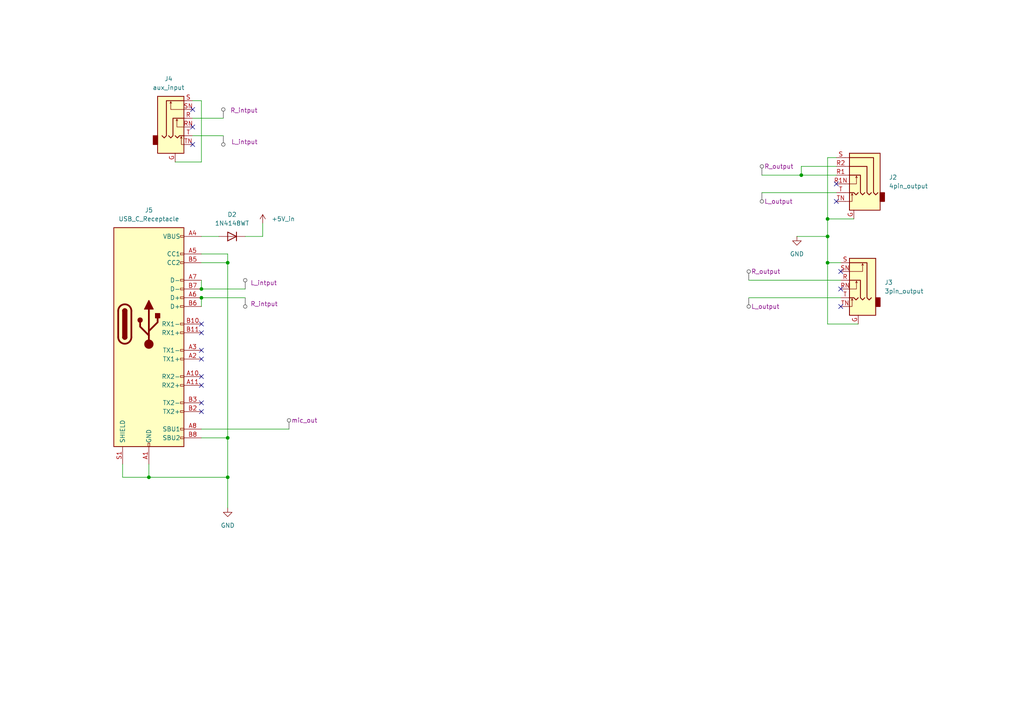
<source format=kicad_sch>
(kicad_sch (version 20250114) (generator "eeschema") (generator_version "9.0")
  (paper "A4")
  (lib_symbols
    (symbol "Connector:USB_C_Receptacle" (pin_names (offset 1.016))
      (property "Reference" "J" (at -10.16 29.21 0))
      (property "Value" "USB_C_Receptacle" (at 10.16 29.21 0))
      (symbol "USB_C_Receptacle_0_0"
        (rectangle (start -0.254 -35.56) (end 0.254 -34.544))
        (rectangle (start 10.16 25.654) (end 9.144 25.146))
        (rectangle (start 10.16 20.574) (end 9.144 20.066))
        (rectangle (start 10.16 18.034) (end 9.144 17.526))
        (rectangle (start 10.16 12.954) (end 9.144 12.446))
        (rectangle (start 10.16 10.414) (end 9.144 9.906))
        (rectangle (start 10.16 7.874) (end 9.144 7.366))
        (rectangle (start 10.16 5.334) (end 9.144 4.826))
        (rectangle (start 10.16 0.254) (end 9.144 -0.254))
        (rectangle (start 10.16 -2.286) (end 9.144 -2.794))
        (rectangle (start 10.16 -7.366) (end 9.144 -7.874))
        (rectangle (start 10.16 -9.906) (end 9.144 -10.414))
        (rectangle (start 10.16 -14.986) (end 9.144 -15.494))
        (rectangle (start 10.16 -17.526) (end 9.144 -18.034))
        (rectangle (start 10.16 -22.606) (end 9.144 -23.114))
        (rectangle (start 10.16 -25.146) (end 9.144 -25.654))
        (rectangle (start 10.16 -30.226) (end 9.144 -30.734))
        (rectangle (start 10.16 -32.766) (end 9.144 -33.274))
      )
      (symbol "USB_C_Receptacle_0_1"
        (rectangle (start -10.16 27.94) (end 10.16 -35.56) (stroke (width 0.254)) (fill (type background)))
        (polyline (pts (xy -8.89 -3.81) (xy -8.89 3.81)) (stroke (width 0.508)))
        (rectangle (start -7.62 -3.81) (end -6.35 3.81) (stroke (width 0.254)) (fill (type outline)))
        (arc (start -7.62 3.81) (mid -6.985 4.4423) (end -6.35 3.81) (stroke (width 0.254)))
        (arc (start -7.62 3.81) (mid -6.985 4.4423) (end -6.35 3.81) (stroke (width 0.254)) (fill (type outline)))
        (arc (start -8.89 3.81) (mid -6.985 5.7067) (end -5.08 3.81) (stroke (width 0.508)))
        (arc (start -5.08 -3.81) (mid -6.985 -5.7067) (end -8.89 -3.81) (stroke (width 0.508)))
        (arc (start -6.35 -3.81) (mid -6.985 -4.4423) (end -7.62 -3.81) (stroke (width 0.254)))
        (arc (start -6.35 -3.81) (mid -6.985 -4.4423) (end -7.62 -3.81) (stroke (width 0.254)) (fill (type outline)))
        (polyline (pts (xy -5.08 3.81) (xy -5.08 -3.81)) (stroke (width 0.508)))
      )
      (symbol "USB_C_Receptacle_1_1"
        (circle (center -2.54 1.143) (radius 0.635) (stroke (width 0.254)) (fill (type outline)))
        (polyline (pts (xy -1.27 4.318) (xy 0 6.858) (xy 1.27 4.318) (xy -1.27 4.318)) (stroke (width 0.254)) (fill (type outline)))
        (polyline (pts (xy 0 -2.032) (xy 2.54 0.508) (xy 2.54 1.778)) (stroke (width 0.508)))
        (polyline (pts (xy 0 -3.302) (xy -2.54 -0.762) (xy -2.54 0.508)) (stroke (width 0.508)))
        (polyline (pts (xy 0 -5.842) (xy 0 4.318)) (stroke (width 0.508)))
        (circle (center 0 -5.842) (radius 1.27) (fill (type outline)))
        (rectangle (start 1.905 1.778) (end 3.175 3.048) (stroke (width 0.254)) (fill (type outline)))
        (pin passive line (at -7.62 -40.64 90) (length 5.08) (name "SHIELD") (number "S1"))
        (pin passive line (at 0 -40.64 90) (length 5.08) (name "GND") (number "A1"))
        (pin passive line (at 0 -40.64 90) (length 5.08) (hide yes) (name "GND") (number "A12"))
        (pin passive line (at 0 -40.64 90) (length 5.08) (hide yes) (name "GND") (number "B1"))
        (pin passive line (at 0 -40.64 90) (length 5.08) (hide yes) (name "GND") (number "B12"))
        (pin passive line (at 15.24 25.4 180) (length 5.08) (name "VBUS") (number "A4"))
        (pin passive line (at 15.24 25.4 180) (length 5.08) (hide yes) (name "VBUS") (number "A9"))
        (pin passive line (at 15.24 25.4 180) (length 5.08) (hide yes) (name "VBUS") (number "B4"))
        (pin passive line (at 15.24 25.4 180) (length 5.08) (hide yes) (name "VBUS") (number "B9"))
        (pin bidirectional line (at 15.24 20.32 180) (length 5.08) (name "CC1") (number "A5"))
        (pin bidirectional line (at 15.24 17.78 180) (length 5.08) (name "CC2") (number "B5"))
        (pin bidirectional line (at 15.24 12.7 180) (length 5.08) (name "D-") (number "A7"))
        (pin bidirectional line (at 15.24 10.16 180) (length 5.08) (name "D-") (number "B7"))
        (pin bidirectional line (at 15.24 7.62 180) (length 5.08) (name "D+") (number "A6"))
        (pin bidirectional line (at 15.24 5.08 180) (length 5.08) (name "D+") (number "B6"))
        (pin bidirectional line (at 15.24 0 180) (length 5.08) (name "RX1-") (number "B10"))
        (pin bidirectional line (at 15.24 -2.54 180) (length 5.08) (name "RX1+") (number "B11"))
        (pin bidirectional line (at 15.24 -7.62 180) (length 5.08) (name "TX1-") (number "A3"))
        (pin bidirectional line (at 15.24 -10.16 180) (length 5.08) (name "TX1+") (number "A2"))
        (pin bidirectional line (at 15.24 -15.24 180) (length 5.08) (name "RX2-") (number "A10"))
        (pin bidirectional line (at 15.24 -17.78 180) (length 5.08) (name "RX2+") (number "A11"))
        (pin bidirectional line (at 15.24 -22.86 180) (length 5.08) (name "TX2-") (number "B3"))
        (pin bidirectional line (at 15.24 -25.4 180) (length 5.08) (name "TX2+") (number "B2"))
        (pin bidirectional line (at 15.24 -30.48 180) (length 5.08) (name "SBU1") (number "A8"))
        (pin bidirectional line (at 15.24 -33.02 180) (length 5.08) (name "SBU2") (number "B8"))
      )
    )
    (symbol "Connector_Audio:AudioJack3_Ground_Switch"
      (property "Reference" "J" (at 0 11.43 0))
      (property "Value" "AudioJack3_Ground_Switch" (at 0 8.89 0))
      (symbol "AudioJack3_Ground_Switch_0_1"
        (rectangle (start -5.08 -5.08) (end -6.35 -7.62) (stroke (width 0.254)) (fill (type outline)))
        (rectangle (start 2.54 6.35) (end -5.08 -10.16) (stroke (width 0.254)) (fill (type background)))
      )
      (symbol "AudioJack3_Ground_Switch_1_1"
        (polyline (pts (xy -1.905 -5.08) (xy -1.27 -5.715) (xy -0.635 -5.08) (xy -0.635 0) (xy 2.54 0)) (stroke (width 0.254)))
        (polyline (pts (xy -1.27 4.826) (xy -1.016 4.318)))
        (polyline (pts (xy 0 -5.08) (xy 0.635 -5.715) (xy 1.27 -5.08) (xy 2.54 -5.08)) (stroke (width 0.254)))
        (polyline (pts (xy 0.508 -0.254) (xy 0.762 -0.762)))
        (polyline (pts (xy 1.778 -5.334) (xy 2.032 -5.842)))
        (polyline (pts (xy 2.54 5.08) (xy -2.54 5.08) (xy -2.54 -5.08) (xy -3.175 -5.715) (xy -3.81 -5.08)) (stroke (width 0.254)))
        (polyline (pts (xy 2.54 2.54) (xy -1.27 2.54) (xy -1.27 4.826) (xy -1.524 4.318)))
        (polyline (pts (xy 2.54 -2.54) (xy 0.508 -2.54) (xy 0.508 -0.254) (xy 0.254 -0.762)))
        (polyline (pts (xy 2.54 -7.62) (xy 1.778 -7.62) (xy 1.778 -5.334) (xy 1.524 -5.842)))
        (pin passive line (at 0 -12.7 90) (length 2.54) (name "~") (number "G"))
        (pin passive line (at 5.08 5.08 180) (length 2.54) (name "~") (number "S"))
        (pin passive line (at 5.08 2.54 180) (length 2.54) (name "~") (number "SN"))
        (pin passive line (at 5.08 0 180) (length 2.54) (name "~") (number "R"))
        (pin passive line (at 5.08 -2.54 180) (length 2.54) (name "~") (number "RN"))
        (pin passive line (at 5.08 -5.08 180) (length 2.54) (name "~") (number "T"))
        (pin passive line (at 5.08 -7.62 180) (length 2.54) (name "~") (number "TN"))
      )
    )
    (symbol "Connector_Audio:AudioJack4_Ground_SwitchTR1"
      (property "Reference" "J" (at 0 11.43 0))
      (property "Value" "AudioJack4_Ground_SwitchTR1" (at 0 8.89 0))
      (symbol "AudioJack4_Ground_SwitchTR1_0_1"
        (rectangle (start -7.62 -5.08) (end -8.89 -7.62) (stroke (width 0.254)) (fill (type outline)))
        (rectangle (start 1.27 6.35) (end -7.62 -10.16) (stroke (width 0.254)) (fill (type background)))
        (polyline (pts (xy 1.27 2.54) (xy 2.54 2.54)))
        (polyline (pts (xy 2.54 5.08) (xy 1.27 5.08)))
        (polyline (pts (xy 2.54 0) (xy 1.27 0)))
        (polyline (pts (xy 2.54 -5.08) (xy 1.27 -5.08)))
      )
      (symbol "AudioJack4_Ground_SwitchTR1_1_1"
        (polyline (pts (xy -3.175 -5.08) (xy -2.54 -5.715) (xy -1.905 -5.08) (xy -1.905 0) (xy 1.27 0)) (stroke (width 0.254)))
        (polyline (pts (xy -1.27 -5.08) (xy -0.635 -5.715) (xy 0 -5.08) (xy 1.27 -5.08)) (stroke (width 0.254)))
        (polyline (pts (xy -0.762 -0.254) (xy -0.508 -0.762)))
        (polyline (pts (xy 0.508 -5.334) (xy 0.762 -5.842)))
        (polyline (pts (xy 1.27 5.08) (xy -5.715 5.08) (xy -5.715 -5.08) (xy -6.35 -5.715) (xy -6.985 -5.08)) (stroke (width 0.254)))
        (polyline (pts (xy 1.27 2.54) (xy -3.81 2.54) (xy -3.81 -5.08) (xy -4.445 -5.715) (xy -5.08 -5.08)) (stroke (width 0.254)))
        (polyline (pts (xy 2.54 -2.54) (xy -0.762 -2.54) (xy -0.762 -0.254) (xy -1.016 -0.762)))
        (polyline (pts (xy 2.54 -7.62) (xy 0.508 -7.62) (xy 0.508 -5.334) (xy 0.254 -5.842)))
        (pin passive line (at 0 -12.7 90) (length 2.54) (name "~") (number "G"))
        (pin passive line (at 5.08 5.08 180) (length 2.54) (name "~") (number "S"))
        (pin passive line (at 5.08 2.54 180) (length 2.54) (name "~") (number "R2"))
        (pin passive line (at 5.08 0 180) (length 2.54) (name "~") (number "R1"))
        (pin passive line (at 5.08 -2.54 180) (length 2.54) (name "~") (number "R1N"))
        (pin passive line (at 5.08 -5.08 180) (length 2.54) (name "~") (number "T"))
        (pin passive line (at 5.08 -7.62 180) (length 2.54) (name "~") (number "TN"))
      )
    )
    (symbol "Diode:1N4148WT" (pin_numbers (hide yes)) (pin_names (hide yes))
      (property "Reference" "D" (at 0 2.54 0))
      (property "Value" "1N4148WT" (at 0 -2.54 0))
      (symbol "1N4148WT_0_1"
        (polyline (pts (xy -1.27 1.27) (xy -1.27 -1.27)) (stroke (width 0.254)))
        (polyline (pts (xy 1.27 1.27) (xy 1.27 -1.27) (xy -1.27 0) (xy 1.27 1.27)) (stroke (width 0.254)))
        (polyline (pts (xy 1.27 0) (xy -1.27 0)))
      )
      (symbol "1N4148WT_1_1"
        (pin passive line (at -3.81 0 0) (length 2.54) (name "K") (number "1"))
        (pin passive line (at 3.81 0 180) (length 2.54) (name "A") (number "2"))
      )
    )
    (symbol "power:+5V" (power) (pin_numbers (hide yes)) (pin_names (offset 0) (hide yes))
      (property "Value" "+5V" (at 0 3.556 0))
      (symbol "+5V_0_1"
        (polyline (pts (xy -0.762 1.27) (xy 0 2.54)))
        (polyline (pts (xy 0 2.54) (xy 0.762 1.27)))
        (polyline (pts (xy 0 0) (xy 0 2.54)))
      )
      (symbol "+5V_1_1"
        (pin power_in line (at 0 0 90) (length 0) (name "~") (number "1"))
      )
    )
    (symbol "power:GND" (power) (pin_numbers (hide yes)) (pin_names (offset 0) (hide yes))
      (property "Value" "GND" (at 0 -3.81 0))
      (symbol "GND_0_1"
        (polyline (pts (xy 0 0) (xy 0 -1.27) (xy 1.27 -1.27) (xy 0 -2.54) (xy -1.27 -1.27) (xy 0 -1.27)))
      )
      (symbol "GND_1_1"
        (pin power_in line (at 0 0 270) (length 0) (name "~") (number "1"))
      )
    )
  )
  (junction (at 240.03 76.2))
  (junction (at 58.42 86.36))
  (junction (at 240.03 63.5))
  (junction (at 58.42 83.82))
  (junction (at 232.41 50.8))
  (junction (at 66.04 127))
  (junction (at 43.18 138.43))
  (junction (at 240.03 68.58))
  (junction (at 66.04 138.43))
  (junction (at 66.04 76.2))
  (no_connect (at 242.57 53.34))
  (no_connect (at 55.88 36.83))
  (no_connect (at 243.84 88.9))
  (no_connect (at 242.57 58.42))
  (no_connect (at 243.84 78.74))
  (no_connect (at 58.42 116.84))
  (no_connect (at 58.42 109.22))
  (no_connect (at 55.88 31.75))
  (no_connect (at 58.42 119.38))
  (no_connect (at 58.42 101.6))
  (no_connect (at 243.84 83.82))
  (no_connect (at 55.88 41.91))
  (no_connect (at 58.42 111.76))
  (no_connect (at 58.42 104.14))
  (no_connect (at 58.42 96.52))
  (no_connect (at 58.42 93.98))
  (wire (pts (xy 43.18 134.62) (xy 43.18 138.43)))
  (wire (pts (xy 58.42 83.82) (xy 71.12 83.82)))
  (wire (pts (xy 58.42 86.36) (xy 58.42 88.9)))
  (wire (pts (xy 76.2 64.77) (xy 76.2 68.58)))
  (wire (pts (xy 43.18 138.43) (xy 66.04 138.43)))
  (wire (pts (xy 55.88 39.37) (xy 64.77 39.37)))
  (wire (pts (xy 66.04 127) (xy 66.04 138.43)))
  (wire (pts (xy 66.04 138.43) (xy 66.04 147.32)))
  (wire (pts (xy 240.03 63.5) (xy 247.65 63.5)))
  (wire (pts (xy 58.42 127) (xy 66.04 127)))
  (wire (pts (xy 217.17 81.28) (xy 243.84 81.28)))
  (wire (pts (xy 240.03 68.58) (xy 231.14 68.58)))
  (wire (pts (xy 232.41 50.8) (xy 242.57 50.8)))
  (wire (pts (xy 71.12 68.58) (xy 76.2 68.58)))
  (wire (pts (xy 58.42 76.2) (xy 66.04 76.2)))
  (wire (pts (xy 220.98 55.88) (xy 242.57 55.88)))
  (wire (pts (xy 58.42 73.66) (xy 66.04 73.66)))
  (wire (pts (xy 243.84 86.36) (xy 217.17 86.36)))
  (wire (pts (xy 63.5 68.58) (xy 58.42 68.58)))
  (wire (pts (xy 66.04 76.2) (xy 66.04 127)))
  (wire (pts (xy 240.03 45.72) (xy 240.03 63.5)))
  (wire (pts (xy 55.88 29.21) (xy 58.42 29.21)))
  (wire (pts (xy 242.57 45.72) (xy 240.03 45.72)))
  (wire (pts (xy 35.56 134.62) (xy 35.56 138.43)))
  (wire (pts (xy 242.57 48.26) (xy 232.41 48.26)))
  (wire (pts (xy 240.03 68.58) (xy 240.03 76.2)))
  (wire (pts (xy 240.03 63.5) (xy 240.03 68.58)))
  (wire (pts (xy 58.42 46.99) (xy 50.8 46.99)))
  (wire (pts (xy 248.92 93.98) (xy 240.03 93.98)))
  (wire (pts (xy 243.84 76.2) (xy 240.03 76.2)))
  (wire (pts (xy 55.88 34.29) (xy 64.77 34.29)))
  (wire (pts (xy 58.42 81.28) (xy 58.42 83.82)))
  (wire (pts (xy 220.98 50.8) (xy 232.41 50.8)))
  (wire (pts (xy 66.04 73.66) (xy 66.04 76.2)))
  (wire (pts (xy 58.42 124.46) (xy 83.82 124.46)))
  (wire (pts (xy 58.42 86.36) (xy 71.12 86.36)))
  (wire (pts (xy 58.42 29.21) (xy 58.42 46.99)))
  (wire (pts (xy 35.56 138.43) (xy 43.18 138.43)))
  (wire (pts (xy 232.41 48.26) (xy 232.41 50.8)))
  (wire (pts (xy 240.03 93.98) (xy 240.03 76.2)))
  (netclass_flag "" (length 2.54) (shape round) (at 220.98 50.8 0) (property "Netclass" "R_output" (at 221.6785 48.26 0) (effects (justify left))))
  (netclass_flag "" (length 2.54) (shape round) (at 217.17 86.36 180) (property "Netclass" "L_output" (at 217.8685 88.9 0) (effects (justify left))))
  (netclass_flag "" (length 2.54) (shape round) (at 64.77 39.37 180) (property "Netclass" "L_intput" (at 67.056 41.148 0) (effects (justify left))))
  (netclass_flag "" (length 2.54) (shape round) (at 71.12 83.82 0) (property "Netclass" "L_intput" (at 72.644 82.042 0) (effects (justify left))))
  (netclass_flag "" (length 2.54) (shape round) (at 220.98 55.88 180) (property "Netclass" "L_output" (at 221.6785 58.42 0) (effects (justify left))))
  (netclass_flag "" (length 2.54) (shape round) (at 217.17 81.28 0) (property "Netclass" "R_output" (at 217.8685 78.74 0) (effects (justify left))))
  (netclass_flag "" (length 2.54) (shape round) (at 71.12 86.36 180) (property "Netclass" "R_intput" (at 72.644 88.138 0) (effects (justify left))))
  (netclass_flag "" (length 2.54) (shape round) (at 64.77 34.29 0) (property "Netclass" "R_intput" (at 66.802 32.004 0) (effects (justify left))))
  (netclass_flag "" (length 2.54) (shape round) (at 83.82 124.46 0) (property "Netclass" "mic_out" (at 84.5185 121.92 0) (effects (justify left))) (property "Component Class" "mic" (effects (hide yes))))
  (symbol (lib_id "Connector_Audio:AudioJack3_Ground_Switch") (at 50.8 34.29 0) (unit 1)
    (property "Reference" "J4" (at 48.895 22.86 0))
    (property "Value" "aux_input" (at 48.895 25.4 0))
    (property "Description" "Audio Jack, 3 Poles (Stereo / TRS), Grounded Sleeve, Switched Poles (Normalling)" (effects (hide yes)))
  )
  (symbol (lib_id "Connector_Audio:AudioJack3_Ground_Switch") (at 248.92 81.28 0) (mirror y) (unit 1)
    (property "Reference" "J3" (at 256.54 81.9149 0) (effects (justify right)))
    (property "Value" "3pin_output" (at 256.54 84.4549 0) (effects (justify right)))
    (property "Description" "Audio Jack, 3 Poles (Stereo / TRS), Grounded Sleeve, Switched Poles (Normalling)" (effects (hide yes)))
  )
  (symbol (lib_id "power:GND") (at 231.14 68.58 0) (unit 1)
    (property "Reference" "#PWR08" (effects (hide yes)))
    (property "Value" "GND" (at 231.14 73.66 0))
    (property "Description" "Power symbol creates a global label with name \"GND\" , ground" (effects (hide yes)))
  )
  (symbol (lib_id "Connector:USB_C_Receptacle") (at 43.18 93.98 0) (unit 1)
    (property "Reference" "J5" (at 43.18 60.96 0))
    (property "Value" "USB_C_Receptacle" (at 43.18 63.5 0))
    (property "Datasheet" "https://www.usb.org/sites/default/files/documents/usb_type-c.zip" (effects (hide yes)))
    (property "Description" "USB Full-Featured Type-C Receptacle connector" (effects (hide yes)))
  )
  (symbol (lib_id "power:+5V") (at 76.2 64.77 0) (unit 1)
    (property "Reference" "#PWR07" (effects (hide yes)))
    (property "Value" "+5V_in" (at 78.74 63.4999 0) (effects (justify left)))
    (property "Description" "Power symbol creates a global label with name \"+5V\"" (effects (hide yes)))
  )
  (symbol (lib_id "power:GND") (at 66.04 147.32 0) (unit 1)
    (property "Reference" "#PWR06" (effects (hide yes)))
    (property "Value" "GND" (at 66.04 152.4 0))
    (property "Description" "Power symbol creates a global label with name \"GND\" , ground" (effects (hide yes)))
  )
  (symbol (lib_id "Connector_Audio:AudioJack4_Ground_SwitchTR1") (at 247.65 50.8 0) (mirror y) (unit 1)
    (property "Reference" "J2" (at 257.81 51.4349 0) (effects (justify right)))
    (property "Value" "4pin_output" (at 257.81 53.9749 0) (effects (justify right)))
    (property "Description" "Audio Jack, 4 Poles (Stereo / TRRS), Grounded Sleeve, Switched TR1 Poles (Normalling)" (effects (hide yes)))
  )
  (symbol (lib_id "Diode:1N4148WT") (at 67.31 68.58 180) (unit 1)
    (property "Reference" "D2" (at 67.31 62.23 0))
    (property "Value" "1N4148WT" (at 67.31 64.77 0))
    (property "Footprint" "Diode_SMD:D_SOD-523" (effects (hide yes)))
    (property "Datasheet" "https://www.diodes.com/assets/Datasheets/ds30396.pdf" (effects (hide yes)))
    (property "Description" "75V 0.15A Fast switching Diode, SOD-523" (effects (hide yes)))
    (property "Sim.Device" "D" (effects (hide yes)))
    (property "Sim.Pins" "1=K 2=A" (effects (hide yes)))
  )
)
</source>
